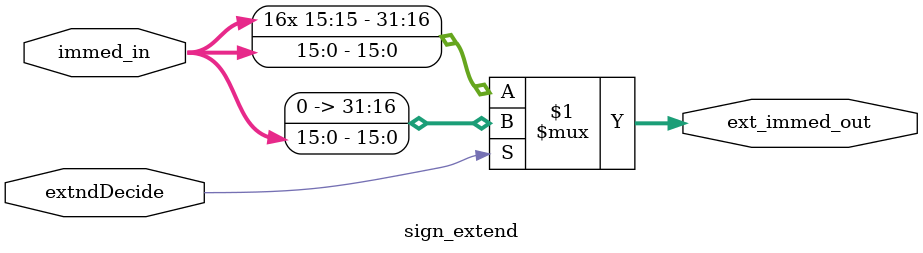
<source format=v>
/*
	Title: Sign Extend
	Author: Selene (Computer System and Architecture Lab, ICE, CYCU)
	
	Input Port
		1. immed_in: Åª¤J±ý°µsign extend¸ê®Æ
	Output Port
		1. ext_immed_out: ¿é¥X¤w§¹¦¨sign extend¸ê®Æ
*/
module sign_extend( immed_in, ext_immed_out, extndDecide );
	input[15:0] immed_in;
	input extndDecide ; // §PÂ_¬O¤£¬Oandi     , andiªºentndDecide¬O1
	output[31:0] ext_immed_out;
	assign ext_immed_out = extndDecide ? { {16{1'b0}}, immed_in } : { {16{immed_in[15]}}, immed_in };
endmodule

</source>
